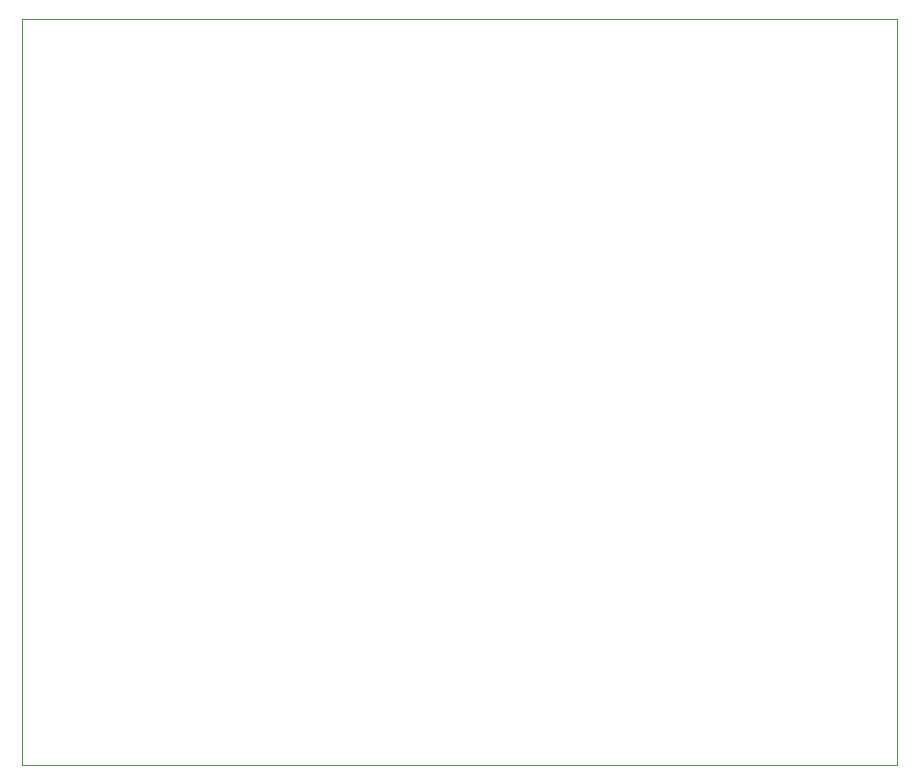
<source format=gbr>
%TF.GenerationSoftware,KiCad,Pcbnew,7.0.10-7.0.10~ubuntu22.04.1*%
%TF.CreationDate,2025-04-05T16:35:24+07:00*%
%TF.ProjectId,RNG,524e472e-6b69-4636-9164-5f7063625858,rev?*%
%TF.SameCoordinates,Original*%
%TF.FileFunction,Profile,NP*%
%FSLAX46Y46*%
G04 Gerber Fmt 4.6, Leading zero omitted, Abs format (unit mm)*
G04 Created by KiCad (PCBNEW 7.0.10-7.0.10~ubuntu22.04.1) date 2025-04-05 16:35:24*
%MOMM*%
%LPD*%
G01*
G04 APERTURE LIST*
%TA.AperFunction,Profile*%
%ADD10C,0.100000*%
%TD*%
G04 APERTURE END LIST*
D10*
X14071600Y-66192400D02*
X88112600Y-66192400D01*
X88112600Y-129362200D01*
X14071600Y-129362200D01*
X14071600Y-66192400D01*
M02*

</source>
